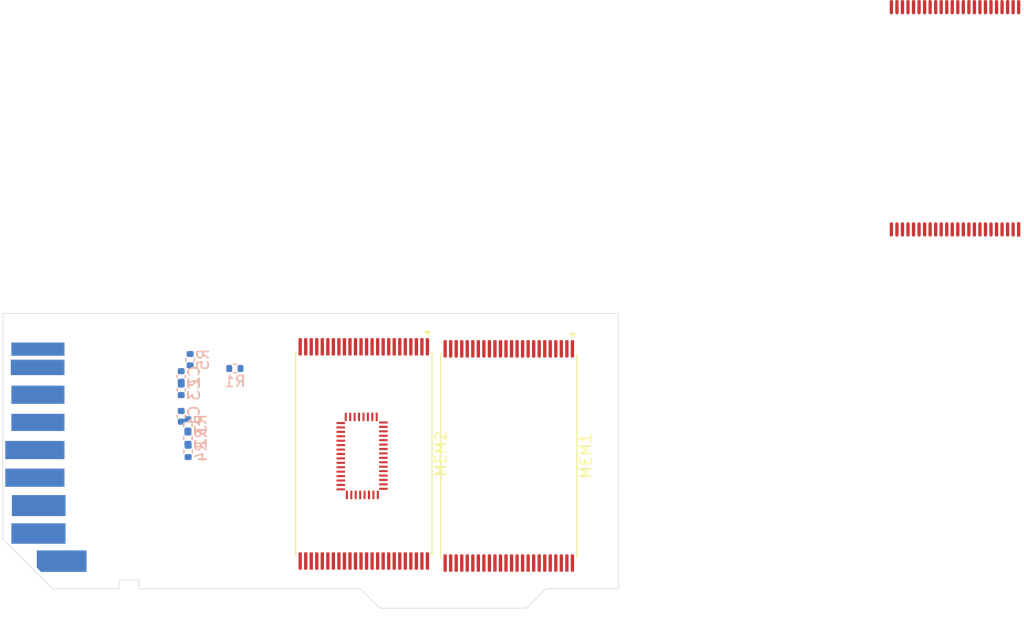
<source format=kicad_pcb>
(kicad_pcb (version 20241229) (generator "pcbnew") (generator_version "9.0")
  (layers (0 "F.Cu" signal) (2 "B.Cu" signal) (13 "F.Paste" user) (15 "B.Paste" user) (5 "F.SilkS" user "F.Silkscreen") (7 "B.SilkS" user "B.Silkscreen") (1 "F.Mask" user) (3 "B.Mask" user) (25 "Edge.Cuts" user))
  (net 0 "")
  (net 1 "GND{slash}GND")
  (net 2 "jmp7")
  (net 3 "DAT1{slash}X")
  (net 4 "jmp15")
  (net 5 "jmp10")
  (net 6 "jmp26")
  (net 7 "jmp19")
  (net 8 "jmp31")
  (net 9 "jmp23")
  (net 10 "jmp32")
  (net 11 "jmp20")
  (net 12 "jmp18")
  (net 13 "jmp16")
  (net 14 "jmp21")
  (net 15 "jmp25")
  (net 16 "jmp17")
  (net 18 "jmp34")
  (net 19 "DAT3{slash}CS")
  (net 20 "jmp5")
  (net 22 "DAT2{slash}X")
  (net 23 "jmp8")
  (net 24 "jmp12")
  (net 25 "jmp3")
  (net 26 "jmp11")
  (net 27 "jmp28")
  (net 28 "jmp22")
  (net 29 "jmp9")
  (net 31 "jmp24")
  (net 32 "jmp1")
  (net 33 "DAT0{slash}DO")
  (net 34 "jmp33")
  (net 35 "jmp27")
  (net 36 "jmp29")
  (net 38 "CMD{slash}DI")
  (net 39 "jmp30")
  (net 41 "jmp14")
  (net 42 "jmp2")
  (net 44 "jmp13")
  (net 45 "jmp6")
  (net 50 "jmp35")
  (net 62 "jmp4")
  (net 98 "CLK{slash}SCLK")
  (footprint "Package_SO:TSOP-I-48_18.4x12mm_P0.5mm" (layer "F.Cu") (at 98.3 127 -90)
    (property "Reference" "MEM2" (at 0 -6.95 90) (layer "F.SilkS"))
    (property "Value" "~")
    (fp_line (start 0 6.16) (end -9.2 6.16) (stroke (width 0.12)) (layer "F.SilkS"))
    (fp_line (start 0 6.16) (end 9.2 6.16) (stroke (width 0.12)) (layer "F.SilkS"))
    (fp_line (start 0 -6.16) (end -9.2 -6.16) (stroke (width 0.12)) (layer "F.SilkS"))
    (fp_line (start 0 -6.16) (end 9.2 -6.16) (stroke (width 0.12)) (layer "F.SilkS"))
    (fp_poly (pts (xy -10.735 -5.75) (xy -11.065 -5.99) (xy -11.065 -5.51) (xy -10.735 -5.75)) (stroke (width 0.12)) (fill yes) (layer "F.SilkS"))
    (pad "1" smd roundrect (at -9.6875 -5.75 270) (size 1.575 0.3) (layers "F.Cu" "F.Mask" "F.Paste") (net 50 "jmp35"))
    (pad "2" smd roundrect (at -9.6875 -5.25 270) (size 1.575 0.3) (layers "F.Cu" "F.Mask" "F.Paste"))
    (pad "3" smd roundrect (at -9.6875 -4.75 270) (size 1.575 0.3) (layers "F.Cu" "F.Mask" "F.Paste"))
    (pad "4" smd roundrect (at -9.6875 -4.25 270) (size 1.575 0.3) (layers "F.Cu" "F.Mask" "F.Paste"))
    (pad "5" smd roundrect (at -9.6875 -3.75 270) (size 1.575 0.3) (layers "F.Cu" "F.Mask" "F.Paste"))
    (pad "6" smd roundrect (at -9.6875 -3.25 270) (size 1.575 0.3) (layers "F.Cu" "F.Mask" "F.Paste") (net 62 "jmp4"))
    (pad "7" smd roundrect (at -9.6875 -2.75 270) (size 1.575 0.3) (layers "F.Cu" "F.Mask" "F.Paste") (net 42 "jmp2"))
    (pad "8" smd roundrect (at -9.6875 -2.25 270) (size 1.575 0.3) (layers "F.Cu" "F.Mask" "F.Paste") (net 23 "jmp8"))
    (pad "9" smd roundrect (at -9.6875 -1.75 270) (size 1.575 0.3) (layers "F.Cu" "F.Mask" "F.Paste") (net 29 "jmp9"))
    (pad "10" smd roundrect (at -9.6875 -1.25 270) (size 1.575 0.3) (layers "F.Cu" "F.Mask" "F.Paste") (net 5 "jmp10"))
    (pad "11" smd roundrect (at -9.6875 -0.75 270) (size 1.575 0.3) (layers "F.Cu" "F.Mask" "F.Paste"))
    (pad "12" smd roundrect (at -9.6875 -0.25 270) (size 1.575 0.3) (layers "F.Cu" "F.Mask" "F.Paste") (net 3 "DAT1{slash}X"))
    (pad "13" smd roundrect (at -9.6875 0.25 270) (size 1.575 0.3) (layers "F.Cu" "F.Mask" "F.Paste") (net 1 "GND{slash}GND"))
    (pad "14" smd roundrect (at -9.6875 0.75 270) (size 1.575 0.3) (layers "F.Cu" "F.Mask" "F.Paste"))
    (pad "15" smd roundrect (at -9.6875 1.25 270) (size 1.575 0.3) (layers "F.Cu" "F.Mask" "F.Paste"))
    (pad "16" smd roundrect (at -9.6875 1.75 270) (size 1.575 0.3) (layers "F.Cu" "F.Mask" "F.Paste") (net 26 "jmp11"))
    (pad "17" smd roundrect (at -9.6875 2.25 270) (size 1.575 0.3) (layers "F.Cu" "F.Mask" "F.Paste") (net 24 "jmp12"))
    (pad "18" smd roundrect (at -9.6875 2.75 270) (size 1.575 0.3) (layers "F.Cu" "F.Mask" "F.Paste") (net 44 "jmp13"))
    (pad "19" smd roundrect (at -9.6875 3.25 270) (size 1.575 0.3) (layers "F.Cu" "F.Mask" "F.Paste") (net 41 "jmp14"))
    (pad "20" smd roundrect (at -9.6875 3.75 270) (size 1.575 0.3) (layers "F.Cu" "F.Mask" "F.Paste"))
    (pad "21" smd roundrect (at -9.6875 4.25 270) (size 1.575 0.3) (layers "F.Cu" "F.Mask" "F.Paste"))
    (pad "22" smd roundrect (at -9.6875 4.75 270) (size 1.575 0.3) (layers "F.Cu" "F.Mask" "F.Paste"))
    (pad "23" smd roundrect (at -9.6875 5.25 270) (size 1.575 0.3) (layers "F.Cu" "F.Mask" "F.Paste"))
    (pad "24" smd roundrect (at -9.6875 5.75 270) (size 1.575 0.3) (layers "F.Cu" "F.Mask" "F.Paste"))
    (pad "25" smd roundrect (at 9.6875 5.75 270) (size 1.575 0.3) (layers "F.Cu" "F.Mask" "F.Paste"))
    (pad "26" smd roundrect (at 9.6875 5.25 270) (size 1.575 0.3) (layers "F.Cu" "F.Mask" "F.Paste"))
    (pad "27" smd roundrect (at 9.6875 4.75 270) (size 1.575 0.3) (layers "F.Cu" "F.Mask" "F.Paste"))
    (pad "28" smd roundrect (at 9.6875 4.25 270) (size 1.575 0.3) (layers "F.Cu" "F.Mask" "F.Paste"))
    (pad "29" smd roundrect (at 9.6875 3.75 270) (size 1.575 0.3) (layers "F.Cu" "F.Mask" "F.Paste") (net 35 "jmp27"))
    (pad "30" smd roundrect (at 9.6875 3.25 270) (size 1.575 0.3) (layers "F.Cu" "F.Mask" "F.Paste") (net 27 "jmp28"))
    (pad "31" smd roundrect (at 9.6875 2.75 270) (size 1.575 0.3) (layers "F.Cu" "F.Mask" "F.Paste") (net 36 "jmp29"))
    (pad "32" smd roundrect (at 9.6875 2.25 270) (size 1.575 0.3) (layers "F.Cu" "F.Mask" "F.Paste") (net 39 "jmp30"))
    (pad "33" smd roundrect (at 9.6875 1.75 270) (size 1.575 0.3) (layers "F.Cu" "F.Mask" "F.Paste"))
    (pad "34" smd roundrect (at 9.6875 1.25 270) (size 1.575 0.3) (layers "F.Cu" "F.Mask" "F.Paste"))
    (pad "35" smd roundrect (at 9.6875 0.75 270) (size 1.575 0.3) (layers "F.Cu" "F.Mask" "F.Paste"))
    (pad "36" smd roundrect (at 9.6875 0.25 270) (size 1.575 0.3) (layers "F.Cu" "F.Mask" "F.Paste") (net 1 "GND{slash}GND"))
    (pad "37" smd roundrect (at 9.6875 -0.25 270) (size 1.575 0.3) (layers "F.Cu" "F.Mask" "F.Paste") (net 3 "DAT1{slash}X"))
    (pad "38" smd roundrect (at 9.6875 -0.75 270) (size 1.575 0.3) (layers "F.Cu" "F.Mask" "F.Paste") (net 1 "GND{slash}GND"))
    (pad "39" smd roundrect (at 9.6875 -1.25 270) (size 1.575 0.3) (layers "F.Cu" "F.Mask" "F.Paste"))
    (pad "40" smd roundrect (at 9.6875 -1.75 270) (size 1.575 0.3) (layers "F.Cu" "F.Mask" "F.Paste"))
    (pad "41" smd roundrect (at 9.6875 -2.25 270) (size 1.575 0.3) (layers "F.Cu" "F.Mask" "F.Paste") (net 8 "jmp31"))
    (pad "42" smd roundrect (at 9.6875 -2.75 270) (size 1.575 0.3) (layers "F.Cu" "F.Mask" "F.Paste") (net 10 "jmp32"))
    (pad "43" smd roundrect (at 9.6875 -3.25 270) (size 1.575 0.3) (layers "F.Cu" "F.Mask" "F.Paste") (net 34 "jmp33"))
    (pad "44" smd roundrect (at 9.6875 -3.75 270) (size 1.575 0.3) (layers "F.Cu" "F.Mask" "F.Paste") (net 18 "jmp34"))
    (pad "45" smd roundrect (at 9.6875 -4.25 270) (size 1.575 0.3) (layers "F.Cu" "F.Mask" "F.Paste"))
    (pad "46" smd roundrect (at 9.6875 -4.75 270) (size 1.575 0.3) (layers "F.Cu" "F.Mask" "F.Paste"))
    (pad "47" smd roundrect (at 9.6875 -5.25 270) (size 1.575 0.3) (layers "F.Cu" "F.Mask" "F.Paste"))
    (pad "48" smd roundrect (at 9.6875 -5.75 270) (size 1.575 0.3) (layers "F.Cu" "F.Mask" "F.Paste"))
  )
  (footprint "Package_SO:TSOP-I-48_18.4x12mm_P0.5mm" (layer "F.Cu") (at 111.4 127.185 -90)
    (property "Reference" "MEM1" (at 0 -6.95 90) (layer "F.SilkS"))
    (property "Value" "~")
    (fp_line (start 0 6.16) (end -9.2 6.16) (stroke (width 0.12)) (layer "F.SilkS"))
    (fp_line (start 0 6.16) (end 9.2 6.16) (stroke (width 0.12)) (layer "F.SilkS"))
    (fp_line (start 0 -6.16) (end -9.2 -6.16) (stroke (width 0.12)) (layer "F.SilkS"))
    (fp_line (start 0 -6.16) (end 9.2 -6.16) (stroke (width 0.12)) (layer "F.SilkS"))
    (fp_poly (pts (xy -10.735 -5.75) (xy -11.065 -5.99) (xy -11.065 -5.51) (xy -10.735 -5.75)) (stroke (width 0.12)) (fill yes) (layer "F.SilkS"))
    (pad "1" smd roundrect (at -9.6875 -5.75 270) (size 1.575 0.3) (layers "F.Cu" "F.Mask" "F.Paste") (net 50 "jmp35"))
    (pad "2" smd roundrect (at -9.6875 -5.25 270) (size 1.575 0.3) (layers "F.Cu" "F.Mask" "F.Paste"))
    (pad "3" smd roundrect (at -9.6875 -4.75 270) (size 1.575 0.3) (layers "F.Cu" "F.Mask" "F.Paste"))
    (pad "4" smd roundrect (at -9.6875 -4.25 270) (size 1.575 0.3) (layers "F.Cu" "F.Mask" "F.Paste"))
    (pad "5" smd roundrect (at -9.6875 -3.75 270) (size 1.575 0.3) (layers "F.Cu" "F.Mask" "F.Paste"))
    (pad "6" smd roundrect (at -9.6875 -3.25 270) (size 1.575 0.3) (layers "F.Cu" "F.Mask" "F.Paste") (net 62 "jmp4"))
    (pad "7" smd roundrect (at -9.6875 -2.75 270) (size 1.575 0.3) (layers "F.Cu" "F.Mask" "F.Paste") (net 42 "jmp2"))
    (pad "8" smd roundrect (at -9.6875 -2.25 270) (size 1.575 0.3) (layers "F.Cu" "F.Mask" "F.Paste") (net 4 "jmp15"))
    (pad "9" smd roundrect (at -9.6875 -1.75 270) (size 1.575 0.3) (layers "F.Cu" "F.Mask" "F.Paste") (net 29 "jmp9"))
    (pad "10" smd roundrect (at -9.6875 -1.25 270) (size 1.575 0.3) (layers "F.Cu" "F.Mask" "F.Paste") (net 5 "jmp10"))
    (pad "11" smd roundrect (at -9.6875 -0.75 270) (size 1.575 0.3) (layers "F.Cu" "F.Mask" "F.Paste"))
    (pad "12" smd roundrect (at -9.6875 -0.25 270) (size 1.575 0.3) (layers "F.Cu" "F.Mask" "F.Paste") (net 3 "DAT1{slash}X"))
    (pad "13" smd roundrect (at -9.6875 0.25 270) (size 1.575 0.3) (layers "F.Cu" "F.Mask" "F.Paste") (net 1 "GND{slash}GND"))
    (pad "14" smd roundrect (at -9.6875 0.75 270) (size 1.575 0.3) (layers "F.Cu" "F.Mask" "F.Paste"))
    (pad "15" smd roundrect (at -9.6875 1.25 270) (size 1.575 0.3) (layers "F.Cu" "F.Mask" "F.Paste"))
    (pad "16" smd roundrect (at -9.6875 1.75 270) (size 1.575 0.3) (layers "F.Cu" "F.Mask" "F.Paste") (net 13 "jmp16"))
    (pad "17" smd roundrect (at -9.6875 2.25 270) (size 1.575 0.3) (layers "F.Cu" "F.Mask" "F.Paste") (net 16 "jmp17"))
    (pad "18" smd roundrect (at -9.6875 2.75 270) (size 1.575 0.3) (layers "F.Cu" "F.Mask" "F.Paste") (net 12 "jmp18"))
    (pad "19" smd roundrect (at -9.6875 3.25 270) (size 1.575 0.3) (layers "F.Cu" "F.Mask" "F.Paste") (net 41 "jmp14"))
    (pad "20" smd roundrect (at -9.6875 3.75 270) (size 1.575 0.3) (layers "F.Cu" "F.Mask" "F.Paste"))
    (pad "21" smd roundrect (at -9.6875 4.25 270) (size 1.575 0.3) (layers "F.Cu" "F.Mask" "F.Paste"))
    (pad "22" smd roundrect (at -9.6875 4.75 270) (size 1.575 0.3) (layers "F.Cu" "F.Mask" "F.Paste"))
    (pad "23" smd roundrect (at -9.6875 5.25 270) (size 1.575 0.3) (layers "F.Cu" "F.Mask" "F.Paste"))
    (pad "24" smd roundrect (at -9.6875 5.75 270) (size 1.575 0.3) (layers "F.Cu" "F.Mask" "F.Paste"))
    (pad "25" smd roundrect (at 9.6875 5.75 270) (size 1.575 0.3) (layers "F.Cu" "F.Mask" "F.Paste"))
    (pad "26" smd roundrect (at 9.6875 5.25 270) (size 1.575 0.3) (layers "F.Cu" "F.Mask" "F.Paste"))
    (pad "27" smd roundrect (at 9.6875 4.75 270) (size 1.575 0.3) (layers "F.Cu" "F.Mask" "F.Paste"))
    (pad "28" smd roundrect (at 9.6875 4.25 270) (size 1.575 0.3) (layers "F.Cu" "F.Mask" "F.Paste"))
    (pad "29" smd roundrect (at 9.6875 3.75 270) (size 1.575 0.3) (layers "F.Cu" "F.Mask" "F.Paste") (net 7 "jmp19"))
    (pad "30" smd roundrect (at 9.6875 3.25 270) (size 1.575 0.3) (layers "F.Cu" "F.Mask" "F.Paste") (net 11 "jmp20"))
    (pad "31" smd roundrect (at 9.6875 2.75 270) (size 1.575 0.3) (layers "F.Cu" "F.Mask" "F.Paste") (net 14 "jmp21"))
    (pad "32" smd roundrect (at 9.6875 2.25 270) (size 1.575 0.3) (layers "F.Cu" "F.Mask" "F.Paste") (net 28 "jmp22"))
    (pad "33" smd roundrect (at 9.6875 1.75 270) (size 1.575 0.3) (layers "F.Cu" "F.Mask" "F.Paste"))
    (pad "34" smd roundrect (at 9.6875 1.25 270) (size 1.575 0.3) (layers "F.Cu" "F.Mask" "F.Paste"))
    (pad "35" smd roundrect (at 9.6875 0.75 270) (size 1.575 0.3) (layers "F.Cu" "F.Mask" "F.Paste"))
    (pad "36" smd roundrect (at 9.6875 0.25 270) (size 1.575 0.3) (layers "F.Cu" "F.Mask" "F.Paste") (net 1 "GND{slash}GND"))
    (pad "37" smd roundrect (at 9.6875 -0.25 270) (size 1.575 0.3) (layers "F.Cu" "F.Mask" "F.Paste") (net 3 "DAT1{slash}X"))
    (pad "38" smd roundrect (at 9.6875 -0.75 270) (size 1.575 0.3) (layers "F.Cu" "F.Mask" "F.Paste") (net 1 "GND{slash}GND"))
    (pad "39" smd roundrect (at 9.6875 -1.25 270) (size 1.575 0.3) (layers "F.Cu" "F.Mask" "F.Paste"))
    (pad "40" smd roundrect (at 9.6875 -1.75 270) (size 1.575 0.3) (layers "F.Cu" "F.Mask" "F.Paste"))
    (pad "41" smd roundrect (at 9.6875 -2.25 270) (size 1.575 0.3) (layers "F.Cu" "F.Mask" "F.Paste") (net 9 "jmp23"))
    (pad "42" smd roundrect (at 9.6875 -2.75 270) (size 1.575 0.3) (layers "F.Cu" "F.Mask" "F.Paste") (net 31 "jmp24"))
    (pad "43" smd roundrect (at 9.6875 -3.25 270) (size 1.575 0.3) (layers "F.Cu" "F.Mask" "F.Paste") (net 15 "jmp25"))
    (pad "44" smd roundrect (at 9.6875 -3.75 270) (size 1.575 0.3) (layers "F.Cu" "F.Mask" "F.Paste") (net 6 "jmp26"))
    (pad "45" smd roundrect (at 9.6875 -4.25 270) (size 1.575 0.3) (layers "F.Cu" "F.Mask" "F.Paste"))
    (pad "46" smd roundrect (at 9.6875 -4.75 270) (size 1.575 0.3) (layers "F.Cu" "F.Mask" "F.Paste"))
    (pad "47" smd roundrect (at 9.6875 -5.25 270) (size 1.575 0.3) (layers "F.Cu" "F.Mask" "F.Paste"))
    (pad "48" smd roundrect (at 9.6875 -5.75 270) (size 1.575 0.3) (layers "F.Cu" "F.Mask" "F.Paste"))
  )
  (footprint "footprints:memory" (layer "F.Cu") (at 157.725001 107.600002 180)
    (property "Reference" "MEM1" (hide yes))
    (property "Value" "~" (hide yes))
    (pad "1" smd rect (at 0.25 0.900001 180) (size 0.3 1.3) (layers "F.Cu" "F.Mask" "F.Paste"))
    (pad "2" smd oval (at 0.749998 0.900001 180) (size 0.3 1.3) (layers "F.Cu" "F.Mask" "F.Paste"))
    (pad "3" smd oval (at 1.25 0.899999 180) (size 0.3 1.3) (layers "F.Cu" "F.Mask" "F.Paste"))
    (pad "4" smd oval (at 1.750003 0.900001 180) (size 0.3 1.3) (layers "F.Cu" "F.Mask" "F.Paste"))
    (pad "5" smd oval (at 2.25 0.9 180) (size 0.3 1.3) (layers "F.Cu" "F.Mask" "F.Paste"))
    (pad "6" smd oval (at 2.75 0.9 180) (size 0.3 1.3) (layers "F.Cu" "F.Mask" "F.Paste"))
    (pad "7" smd oval (at 3.249999 0.899999 180) (size 0.3 1.3) (layers "F.Cu" "F.Mask" "F.Paste"))
    (pad "8" smd oval (at 3.749999 0.899999 180) (size 0.3 1.3) (layers "F.Cu" "F.Mask" "F.Paste"))
    (pad "9" smd oval (at 4.25 0.9 180) (size 0.3 1.3) (layers "F.Cu" "F.Mask" "F.Paste"))
    (pad "10" smd oval (at 4.75 0.9 180) (size 0.3 1.3) (layers "F.Cu" "F.Mask" "F.Paste"))
    (pad "11" smd oval (at 5.25 0.900001 180) (size 0.3 1.3) (layers "F.Cu" "F.Mask" "F.Paste"))
    (pad "12" smd oval (at 5.75 0.9 180) (size 0.3 1.3) (layers "F.Cu" "F.Mask" "F.Paste"))
    (pad "13" smd oval (at 6.249999 0.900001 180) (size 0.3 1.3) (layers "F.Cu" "F.Mask" "F.Paste"))
    (pad "14" smd oval (at 6.75 0.899999 180) (size 0.3 1.3) (layers "F.Cu" "F.Mask" "F.Paste"))
    (pad "15" smd oval (at 7.25 0.9 180) (size 0.3 1.3) (layers "F.Cu" "F.Mask" "F.Paste"))
    (pad "16" smd oval (at 7.750001 0.9 180) (size 0.3 1.3) (layers "F.Cu" "F.Mask" "F.Paste"))
    (pad "17" smd oval (at 8.250002 0.900001 180) (size 0.3 1.3) (layers "F.Cu" "F.Mask" "F.Paste"))
    (pad "18" smd oval (at 8.75 0.9 180) (size 0.3 1.3) (layers "F.Cu" "F.Mask" "F.Paste"))
    (pad "19" smd oval (at 9.249998 0.9 180) (size 0.3 1.3) (layers "F.Cu" "F.Mask" "F.Paste"))
    (pad "20" smd oval (at 9.75 0.9 180) (size 0.3 1.3) (layers "F.Cu" "F.Mask" "F.Paste"))
    (pad "21" smd oval (at 10.249998 0.9 180) (size 0.3 1.3) (layers "F.Cu" "F.Mask" "F.Paste"))
    (pad "22" smd oval (at 10.75 0.900002 180) (size 0.3 1.3) (layers "F.Cu" "F.Mask" "F.Paste"))
    (pad "23" smd oval (at 11.25 0.9 180) (size 0.3 1.3) (layers "F.Cu" "F.Mask" "F.Paste"))
    (pad "24" smd oval (at 11.750002 0.900001 180) (size 0.3 1.3) (layers "F.Cu" "F.Mask" "F.Paste"))
    (pad "25" smd oval (at 11.749999 20.999999 180) (size 0.3 1.3) (layers "F.Cu" "F.Mask" "F.Paste"))
    (pad "26" smd oval (at 11.250001 21 180) (size 0.3 1.3) (layers "F.Cu" "F.Mask" "F.Paste"))
    (pad "27" smd oval (at 10.750003 21.000003 180) (size 0.3 1.3) (layers "F.Cu" "F.Mask" "F.Paste"))
    (pad "28" smd oval (at 10.249998 20.999998 180) (size 0.3 1.3) (layers "F.Cu" "F.Mask" "F.Paste"))
    (pad "29" smd oval (at 9.75 21 180) (size 0.3 1.3) (layers "F.Cu" "F.Mask" "F.Paste"))
    (pad "30" smd oval (at 9.25 21 180) (size 0.3 1.3) (layers "F.Cu" "F.Mask" "F.Paste"))
    (pad "31" smd oval (at 8.749998 21.000001 180) (size 0.3 1.3) (layers "F.Cu" "F.Mask" "F.Paste"))
    (pad "32" smd oval (at 8.250001 21 180) (size 0.3 1.3) (layers "F.Cu" "F.Mask" "F.Paste"))
    (pad "33" smd oval (at 7.75 21 180) (size 0.3 1.3) (layers "F.Cu" "F.Mask" "F.Paste"))
    (pad "34" smd oval (at 7.25 21 180) (size 0.3 1.3) (layers "F.Cu" "F.Mask" "F.Paste"))
    (pad "35" smd oval (at 6.75 21 180) (size 0.3 1.3) (layers "F.Cu" "F.Mask" "F.Paste"))
    (pad "36" smd oval (at 6.250002 20.999999 180) (size 0.3 1.3) (layers "F.Cu" "F.Mask" "F.Paste"))
    (pad "37" smd oval (at 5.749998 21.000002 180) (size 0.3 1.3) (layers "F.Cu" "F.Mask" "F.Paste"))
    (pad "38" smd oval (at 5.250002 20.999999 180) (size 0.3 1.3) (layers "F.Cu" "F.Mask" "F.Paste"))
    (pad "39" smd oval (at 4.75 21 180) (size 0.3 1.3) (layers "F.Cu" "F.Mask" "F.Paste"))
    (pad "40" smd oval (at 4.25 21 180) (size 0.3 1.3) (layers "F.Cu" "F.Mask" "F.Paste"))
    (pad "41" smd oval (at 3.750002 21.000001 180) (size 0.3 1.3) (layers "F.Cu" "F.Mask" "F.Paste"))
    (pad "42" smd oval (at 3.249999 20.999999 180) (size 0.3 1.3) (layers "F.Cu" "F.Mask" "F.Paste"))
    (pad "43" smd oval (at 2.75 21 180) (size 0.3 1.3) (layers "F.Cu" "F.Mask" "F.Paste"))
    (pad "44" smd oval (at 2.250001 21 180) (size 0.3 1.3) (layers "F.Cu" "F.Mask" "F.Paste"))
    (pad "45" smd oval (at 1.75 20.999999 180) (size 0.3 1.3) (layers "F.Cu" "F.Mask" "F.Paste"))
    (pad "46" smd oval (at 1.25 21 180) (size 0.3 1.3) (layers "F.Cu" "F.Mask" "F.Paste"))
    (pad "47" smd oval (at 0.749999 20.999999 180) (size 0.3 1.3) (layers "F.Cu" "F.Mask" "F.Paste"))
    (pad "48" smd oval (at 0.25 20.999999 180) (size 0.3 1.3) (layers "F.Cu" "F.Mask" "F.Paste"))
  )
  (footprint "footprints:mc" (layer "F.Cu") (at 100.519063 123.155938 180)
    (property "Reference" "MC1" (hide yes))
    (property "Value" "~" (hide yes))
    (pad "1" smd rect (at 1.05 -0.5 270) (size 0.77625 0.185) (layers "F.Cu" "F.Mask" "F.Paste") (net 20 "jmp5"))
    (pad "2" smd roundrect (at 1.45 -0.5 270) (size 0.77625 0.185) (layers "F.Cu" "F.Mask" "F.Paste") (net 2 "jmp7"))
    (pad "3" smd roundrect (at 1.85 -0.5 270) (size 0.77625 0.185) (layers "F.Cu" "F.Mask" "F.Paste") (net 25 "jmp3"))
    (pad "4" smd roundrect (at 2.25 -0.5 270) (size 0.77625 0.185) (layers "F.Cu" "F.Mask" "F.Paste") (net 42 "jmp2"))
    (pad "5" smd roundrect (at 2.65 -0.5 270) (size 0.77625 0.185) (layers "F.Cu" "F.Mask" "F.Paste") (net 23 "jmp8"))
    (pad "6" smd roundrect (at 3.05 -0.5 270) (size 0.77625 0.185) (layers "F.Cu" "F.Mask" "F.Paste") (net 29 "jmp9"))
    (pad "7" smd roundrect (at 3.45 -0.5 270) (size 0.77625 0.185) (layers "F.Cu" "F.Mask" "F.Paste") (net 5 "jmp10"))
    (pad "8" smd roundrect (at 3.85 -0.5 270) (size 0.77625 0.185) (layers "F.Cu" "F.Mask" "F.Paste") (net 26 "jmp11"))
    (pad "9" smd roundrect (at 4.3 -1.05 180) (size 0.77625 0.185) (layers "F.Cu" "F.Mask" "F.Paste") (net 24 "jmp12"))
    (pad "10" smd roundrect (at 4.3 -1.45 180) (size 0.77625 0.185) (layers "F.Cu" "F.Mask" "F.Paste") (net 44 "jmp13"))
    (pad "11" smd roundrect (at 4.3 -1.85 180) (size 0.77625 0.185) (layers "F.Cu" "F.Mask" "F.Paste") (net 41 "jmp14"))
    (pad "12" smd roundrect (at 4.3 -2.25 180) (size 0.77625 0.185) (layers "F.Cu" "F.Mask" "F.Paste") (net 4 "jmp15"))
    (pad "13" smd roundrect (at 4.3 -2.65 180) (size 0.77625 0.185) (layers "F.Cu" "F.Mask" "F.Paste") (net 13 "jmp16"))
    (pad "14" smd roundrect (at 4.3 -3.05 180) (size 0.77625 0.185) (layers "F.Cu" "F.Mask" "F.Paste") (net 16 "jmp17"))
    (pad "15" smd roundrect (at 4.3 -3.45 180) (size 0.77625 0.185) (layers "F.Cu" "F.Mask" "F.Paste") (net 12 "jmp18"))
    (pad "16" smd roundrect (at 4.3 -3.85 180) (size 0.77625 0.185) (layers "F.Cu" "F.Mask" "F.Paste") (net 7 "jmp19"))
    (pad "17" smd roundrect (at 4.3 -4.25 180) (size 0.77625 0.185) (layers "F.Cu" "F.Mask" "F.Paste") (net 11 "jmp20"))
    (pad "18" smd roundrect (at 4.3 -4.65 180) (size 0.77625 0.185) (layers "F.Cu" "F.Mask" "F.Paste") (net 14 "jmp21"))
    (pad "19" smd roundrect (at 4.3 -5.05 180) (size 0.77625 0.185) (layers "F.Cu" "F.Mask" "F.Paste") (net 28 "jmp22"))
    (pad "20" smd roundrect (at 4.3 -5.45 180) (size 0.77625 0.185) (layers "F.Cu" "F.Mask" "F.Paste") (net 9 "jmp23"))
    (pad "21" smd roundrect (at 4.3 -5.85 180) (size 0.77625 0.185) (layers "F.Cu" "F.Mask" "F.Paste") (net 31 "jmp24"))
    (pad "22" smd roundrect (at 4.3 -6.25 180) (size 0.77625 0.185) (layers "F.Cu" "F.Mask" "F.Paste") (net 15 "jmp25"))
    (pad "23" smd roundrect (at 4.3 -6.65 180) (size 0.77625 0.185) (layers "F.Cu" "F.Mask" "F.Paste") (net 6 "jmp26"))
    (pad "24" smd roundrect (at 4.3 -7.05 180) (size 0.77625 0.185) (layers "F.Cu" "F.Mask" "F.Paste") (net 35 "jmp27"))
    (pad "25" smd roundrect (at 3.75 -7.55 270) (size 0.77625 0.185) (layers "F.Cu" "F.Mask" "F.Paste") (net 27 "jmp28"))
    (pad "26" smd roundrect (at 3.35 -7.55 270) (size 0.77625 0.185) (layers "F.Cu" "F.Mask" "F.Paste") (net 36 "jmp29"))
    (pad "27" smd roundrect (at 2.95 -7.55 270) (size 0.77625 0.185) (layers "F.Cu" "F.Mask" "F.Paste") (net 39 "jmp30"))
    (pad "28" smd roundrect (at 2.55 -7.55 270) (size 0.77625 0.185) (layers "F.Cu" "F.Mask" "F.Paste") (net 8 "jmp31"))
    (pad "29" smd roundrect (at 2.15 -7.55 270) (size 0.77625 0.185) (layers "F.Cu" "F.Mask" "F.Paste") (net 10 "jmp32"))
    (pad "30" smd roundrect (at 1.75 -7.55 270) (size 0.77625 0.185) (layers "F.Cu" "F.Mask" "F.Paste") (net 34 "jmp33"))
    (pad "31" smd roundrect (at 1.35 -7.55 270) (size 0.77625 0.185) (layers "F.Cu" "F.Mask" "F.Paste") (net 18 "jmp34"))
    (pad "32" smd roundrect (at 0.95 -7.55 270) (size 0.77625 0.185) (layers "F.Cu" "F.Mask" "F.Paste") (net 22 "DAT2{slash}X"))
    (pad "33" smd roundrect (at 0.45 -7 180) (size 0.77625 0.185) (layers "F.Cu" "F.Mask" "F.Paste") (net 19 "DAT3{slash}CS"))
    (pad "34" smd roundrect (at 0.45 -6.6 180) (size 0.77625 0.185) (layers "F.Cu" "F.Mask" "F.Paste"))
    (pad "35" smd roundrect (at 0.45 -6.2 180) (size 0.77625 0.185) (layers "F.Cu" "F.Mask" "F.Paste") (net 38 "CMD{slash}DI"))
    (pad "36" smd roundrect (at 0.45 -5.8 180) (size 0.77625 0.185) (layers "F.Cu" "F.Mask" "F.Paste"))
    (pad "37" smd roundrect (at 0.45 -5.4 180) (size 0.77625 0.185) (layers "F.Cu" "F.Mask" "F.Paste") (net 1 "GND{slash}GND"))
    (pad "38" smd roundrect (at 0.45 -5 180) (size 0.77625 0.185) (layers "F.Cu" "F.Mask" "F.Paste") (net 1 "GND{slash}GND"))
    (pad "39" smd roundrect (at 0.45 -4.6 180) (size 0.77625 0.185) (layers "F.Cu" "F.Mask" "F.Paste") (net 1 "GND{slash}GND"))
    (pad "40" smd roundrect (at 0.45 -4.2 180) (size 0.77625 0.185) (layers "F.Cu" "F.Mask" "F.Paste"))
    (pad "41" smd roundrect (at 0.45 -3.8 180) (size 0.77625 0.185) (layers "F.Cu" "F.Mask" "F.Paste"))
    (pad "42" smd roundrect (at 0.45 -3.4 180) (size 0.77625 0.185) (layers "F.Cu" "F.Mask" "F.Paste") (net 45 "jmp6"))
    (pad "43" smd roundrect (at 0.45 -3 180) (size 0.77625 0.185) (layers "F.Cu" "F.Mask" "F.Paste") (net 3 "DAT1{slash}X"))
    (pad "44" smd roundrect (at 0.45 -2.6 180) (size 0.77625 0.185) (layers "F.Cu" "F.Mask" "F.Paste") (net 3 "DAT1{slash}X"))
    (pad "45" smd roundrect (at 0.45 -2.2 180) (size 0.77625 0.185) (layers "F.Cu" "F.Mask" "F.Paste") (net 32 "jmp1"))
    (pad "46" smd roundrect (at 0.45 -1.8 180) (size 0.77625 0.185) (layers "F.Cu" "F.Mask" "F.Paste"))
    (pad "47" smd roundrect (at 0.45 -1.4 180) (size 0.77625 0.185) (layers "F.Cu" "F.Mask" "F.Paste"))
    (pad "48" smd roundrect (at 0.45 -1 180) (size 0.77625 0.185) (layers "F.Cu" "F.Mask" "F.Paste") (net 33 "DAT0{slash}DO"))
  )
  (footprint "Resistor_SMD:R_0402_1005Metric" (layer "B.Cu") (at 82.407501 125.574996 90)
    (property "Reference" "R2" (at 0 1.17 270) (layer "B.SilkS") (effects (justify mirror)))
    (property "Value" ">~1000R")
    (fp_line (start -0.153641 -0.38) (end 0.153641 -0.38) (stroke (width 0.12)) (layer "B.SilkS"))
    (fp_line (start -0.153641 0.38) (end 0.153641 0.38) (stroke (width 0.12)) (layer "B.SilkS"))
    (pad "1" smd roundrect (at -0.51 0 90) (size 0.54 0.64) (layers "B.Cu" "B.Mask" "B.Paste") (net 42 "jmp2"))
    (pad "2" smd roundrect (at 0.51 0 90) (size 0.54 0.64) (layers "B.Cu" "B.Mask" "B.Paste") (net 3 "DAT1{slash}X"))
  )
  (footprint "Resistor_SMD:R_0402_1005Metric" (layer "B.Cu") (at 86.650002 119.274996)
    (property "Reference" "R1" (at 0 1.17 0) (layer "B.SilkS") (effects (justify mirror)))
    (property "Value" "32~35R")
    (fp_line (start -0.153641 -0.38) (end 0.153641 -0.38) (stroke (width 0.12)) (layer "B.SilkS"))
    (fp_line (start -0.153641 0.38) (end 0.153641 0.38) (stroke (width 0.12)) (layer "B.SilkS"))
    (pad "1" smd roundrect (at -0.51 0) (size 0.54 0.64) (layers "B.Cu" "B.Mask" "B.Paste") (net 98 "CLK{slash}SCLK"))
    (pad "2" smd roundrect (at 0.51 0) (size 0.54 0.64) (layers "B.Cu" "B.Mask" "B.Paste") (net 32 "jmp1"))
  )
  (footprint "Resistor_SMD:R_0402_1005Metric" (layer "B.Cu") (at 82.607501 118.474996 90)
    (property "Reference" "R5" (at 0 1.17 270) (layer "B.SilkS") (effects (justify mirror)))
    (property "Value" "?R")
    (fp_line (start -0.153641 -0.38) (end 0.153641 -0.38) (stroke (width 0.12)) (layer "B.SilkS"))
    (fp_line (start -0.153641 0.38) (end 0.153641 0.38) (stroke (width 0.12)) (layer "B.SilkS"))
    (pad "1" smd roundrect (at -0.51 0 90) (size 0.54 0.64) (layers "B.Cu" "B.Mask" "B.Paste") (net 45 "jmp6"))
    (pad "2" smd roundrect (at 0.51 0 90) (size 0.54 0.64) (layers "B.Cu" "B.Mask" "B.Paste") (net 20 "jmp5"))
  )
  (footprint "Resistor_SMD:R_0402_1005Metric" (layer "B.Cu") (at 82.425002 126.774997 90)
    (property "Reference" "R4" (at 0 1.17 270) (layer "B.SilkS") (effects (justify mirror)))
    (property "Value" "~15R")
    (fp_line (start -0.153641 -0.38) (end 0.153641 -0.38) (stroke (width 0.12)) (layer "B.SilkS"))
    (fp_line (start -0.153641 0.38) (end 0.153641 0.38) (stroke (width 0.12)) (layer "B.SilkS"))
    (pad "1" smd roundrect (at -0.51 0 90) (size 0.54 0.64) (layers "B.Cu" "B.Mask" "B.Paste") (net 62 "jmp4"))
    (pad "2" smd roundrect (at 0.51 0 90) (size 0.54 0.64) (layers "B.Cu" "B.Mask" "B.Paste") (net 1 "GND{slash}GND"))
  )
  (footprint "footprints:sdCard" (layer "B.Cu") (at 65.675 114.325)
    (property "Reference" "SD1" (hide yes))
    (property "Value" "~")
    (pad "1" smd roundrect (at 5.325 22.375) (size 4.499998 1.95) (layers "B.Cu" "B.Mask" "B.Paste") (roundrect_rratio 0) (chamfer_ratio 0.2) (chamfer bottom_left) (net 22 "DAT2{slash}X"))
    (pad "2" smd rect (at 3.225001 19.875) (size 4.9 1.85) (layers "B.Cu" "B.Mask" "B.Paste") (net 19 "DAT3{slash}CS"))
    (pad "3" smd rect (at 3.25 17.35) (size 4.849998 1.9) (layers "B.Cu" "B.Mask" "B.Paste") (net 38 "CMD{slash}DI"))
    (pad "4" smd rect (at 2.9 14.825) (size 5.349998 1.65) (layers "B.Cu" "B.Mask" "B.Paste") (net 1 "GND{slash}GND"))
    (pad "5" smd rect (at 2.9 12.325) (size 5.349998 1.65) (layers "B.Cu" "B.Mask" "B.Paste") (net 3 "DAT1{slash}X"))
    (pad "6" smd rect (at 3.175 9.825) (size 4.799998 1.55) (layers "B.Cu" "B.Mask" "B.Paste") (net 98 "CLK{slash}SCLK"))
    (pad "7" smd rect (at 3.175 7.325) (size 4.799998 1.65) (layers "B.Cu" "B.Mask" "B.Paste") (net 1 "GND{slash}GND"))
    (pad "8" smd rect (at 3.15 4.85) (size 4.849998 1.4) (layers "B.Cu" "B.Mask" "B.Paste") (net 33 "DAT0{slash}DO"))
    (pad "9" smd rect (at 3.175 3.2) (size 4.799998 1.2) (layers "B.Cu" "B.Mask" "B.Paste") (net 3 "DAT1{slash}X"))
  )
  (footprint "Capacitor_SMD:C_0402_1005Metric" (layer "B.Cu") (at 81.800002 119.999996 90)
    (property "Reference" "C2" (at 0 1.16 270) (layer "B.SilkS") (effects (justify mirror)))
    (property "Value" "C")
    (fp_line (start -0.107836 -0.36) (end 0.107836 -0.36) (stroke (width 0.12)) (layer "B.SilkS"))
    (fp_line (start -0.107836 0.36) (end 0.107836 0.36) (stroke (width 0.12)) (layer "B.SilkS"))
    (pad "1" smd roundrect (at -0.48 0 90) (size 0.56 0.62) (layers "B.Cu" "B.Mask" "B.Paste") (net 3 "DAT1{slash}X"))
    (pad "2" smd roundrect (at 0.48 0 90) (size 0.56 0.62) (layers "B.Cu" "B.Mask" "B.Paste") (net 1 "GND{slash}GND"))
  )
  (footprint "Capacitor_SMD:C_0402_1005Metric" (layer "B.Cu") (at 81.800002 123.599996 90)
    (property "Reference" "C1" (at 0 1.16 270) (layer "B.SilkS") (effects (justify mirror)))
    (property "Value" "C")
    (fp_line (start -0.107836 -0.36) (end 0.107836 -0.36) (stroke (width 0.12)) (layer "B.SilkS"))
    (fp_line (start -0.107836 0.36) (end 0.107836 0.36) (stroke (width 0.12)) (layer "B.SilkS"))
    (pad "1" smd roundrect (at -0.48 0 90) (size 0.56 0.62) (layers "B.Cu" "B.Mask" "B.Paste") (net 2 "jmp7"))
    (pad "2" smd roundrect (at 0.48 0 90) (size 0.56 0.62) (layers "B.Cu" "B.Mask" "B.Paste") (net 1 "GND{slash}GND"))
  )
  (footprint "Resistor_SMD:R_0402_1005Metric" (layer "B.Cu") (at 82.407501 124.374996 90)
    (property "Reference" "R3" (at 0 1.17 270) (layer "B.SilkS") (effects (justify mirror)))
    (property "Value" "~1000R")
    (fp_line (start -0.153641 -0.38) (end 0.153641 -0.38) (stroke (width 0.12)) (layer "B.SilkS"))
    (fp_line (start -0.153641 0.38) (end 0.153641 0.38) (stroke (width 0.12)) (layer "B.SilkS"))
    (pad "1" smd roundrect (at -0.51 0 90) (size 0.54 0.64) (layers "B.Cu" "B.Mask" "B.Paste") (net 25 "jmp3"))
    (pad "2" smd roundrect (at 0.51 0 90) (size 0.54 0.64) (layers "B.Cu" "B.Mask" "B.Paste") (net 3 "DAT1{slash}X"))
  )
  (footprint "Capacitor_SMD:C_0402_1005Metric" (layer "B.Cu") (at 81.8 121.2 90)
    (property "Reference" "C3" (at 0 1.16 270) (layer "B.SilkS") (effects (justify mirror)))
    (property "Value" "C")
    (fp_line (start -0.107836 -0.36) (end 0.107836 -0.36) (stroke (width 0.12)) (layer "B.SilkS"))
    (fp_line (start -0.107836 0.36) (end 0.107836 0.36) (stroke (width 0.12)) (layer "B.SilkS"))
    (pad "1" smd roundrect (at -0.48 0 90) (size 0.56 0.62) (layers "B.Cu" "B.Mask" "B.Paste") (net 3 "DAT1{slash}X"))
    (pad "2" smd roundrect (at 0.48 0 90) (size 0.56 0.62) (layers "B.Cu" "B.Mask" "B.Paste") (net 1 "GND{slash}GND"))
  )
  (gr_poly (pts (xy 121.3 114.3) (xy 77.675 114.3) (xy 65.675 114.3) (xy 65.675 134.7) (xy 70.175 139.2) (xy 76.175 139.2) (xy 76.175 138.4) (xy 77.975 138.4) (xy 77.975 139.2) (xy 98 139.2) (xy 99.75 140.95) (xy 113 140.95) (xy 114.75 139.2) (xy 121.325 139.2)) (stroke (width 0.05)) (fill no) (layer "Edge.Cuts"))
)
</source>
